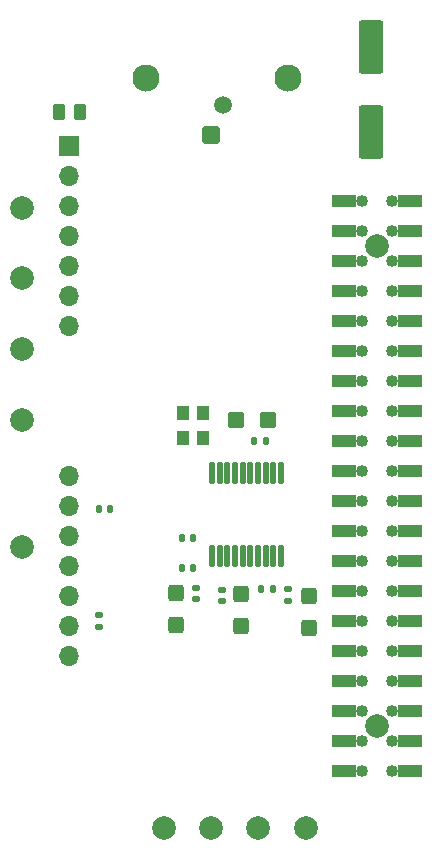
<source format=gts>
G04 #@! TF.GenerationSoftware,KiCad,Pcbnew,8.0.4*
G04 #@! TF.CreationDate,2024-09-04T02:40:28-04:00*
G04 #@! TF.ProjectId,phone_pcb,70686f6e-655f-4706-9362-2e6b69636164,rev?*
G04 #@! TF.SameCoordinates,Original*
G04 #@! TF.FileFunction,Soldermask,Top*
G04 #@! TF.FilePolarity,Negative*
%FSLAX46Y46*%
G04 Gerber Fmt 4.6, Leading zero omitted, Abs format (unit mm)*
G04 Created by KiCad (PCBNEW 8.0.4) date 2024-09-04 02:40:28*
%MOMM*%
%LPD*%
G01*
G04 APERTURE LIST*
G04 Aperture macros list*
%AMRoundRect*
0 Rectangle with rounded corners*
0 $1 Rounding radius*
0 $2 $3 $4 $5 $6 $7 $8 $9 X,Y pos of 4 corners*
0 Add a 4 corners polygon primitive as box body*
4,1,4,$2,$3,$4,$5,$6,$7,$8,$9,$2,$3,0*
0 Add four circle primitives for the rounded corners*
1,1,$1+$1,$2,$3*
1,1,$1+$1,$4,$5*
1,1,$1+$1,$6,$7*
1,1,$1+$1,$8,$9*
0 Add four rect primitives between the rounded corners*
20,1,$1+$1,$2,$3,$4,$5,0*
20,1,$1+$1,$4,$5,$6,$7,0*
20,1,$1+$1,$6,$7,$8,$9,0*
20,1,$1+$1,$8,$9,$2,$3,0*%
G04 Aperture macros list end*
%ADD10C,2.300000*%
%ADD11RoundRect,0.250000X0.510000X0.510000X-0.510000X0.510000X-0.510000X-0.510000X0.510000X-0.510000X0*%
%ADD12C,1.520000*%
%ADD13C,2.000000*%
%ADD14R,2.000000X1.020000*%
%ADD15C,1.020000*%
%ADD16RoundRect,0.250001X0.799999X-1.999999X0.799999X1.999999X-0.799999X1.999999X-0.799999X-1.999999X0*%
%ADD17R,1.700000X1.700000*%
%ADD18O,1.700000X1.700000*%
%ADD19RoundRect,0.135000X0.135000X0.185000X-0.135000X0.185000X-0.135000X-0.185000X0.135000X-0.185000X0*%
%ADD20RoundRect,0.250000X-0.425000X0.450000X-0.425000X-0.450000X0.425000X-0.450000X0.425000X0.450000X0*%
%ADD21RoundRect,0.125000X0.125000X-0.825000X0.125000X0.825000X-0.125000X0.825000X-0.125000X-0.825000X0*%
%ADD22RoundRect,0.140000X0.170000X-0.140000X0.170000X0.140000X-0.170000X0.140000X-0.170000X-0.140000X0*%
%ADD23RoundRect,0.140000X-0.140000X-0.170000X0.140000X-0.170000X0.140000X0.170000X-0.140000X0.170000X0*%
%ADD24RoundRect,0.250000X-0.262500X-0.450000X0.262500X-0.450000X0.262500X0.450000X-0.262500X0.450000X0*%
%ADD25RoundRect,0.140000X0.140000X0.170000X-0.140000X0.170000X-0.140000X-0.170000X0.140000X-0.170000X0*%
%ADD26RoundRect,0.250000X-0.450000X-0.425000X0.450000X-0.425000X0.450000X0.425000X-0.450000X0.425000X0*%
%ADD27R,1.100000X1.300000*%
%ADD28RoundRect,0.140000X-0.170000X0.140000X-0.170000X-0.140000X0.170000X-0.140000X0.170000X0.140000X0*%
G04 APERTURE END LIST*
D10*
X76240000Y-57250000D03*
X64240000Y-57250000D03*
D11*
X69730000Y-62090000D03*
D12*
X70750000Y-59550000D03*
D13*
X53750000Y-97000000D03*
D14*
X86569598Y-115970278D03*
X80969598Y-115970278D03*
X86569598Y-113430278D03*
X80969598Y-113430278D03*
X86569598Y-110890278D03*
X80969598Y-110890278D03*
X86569598Y-108350278D03*
X80969598Y-108350278D03*
X86569598Y-105810278D03*
X80969598Y-105810278D03*
X86569598Y-103270278D03*
X80969598Y-103270278D03*
X86569598Y-100730278D03*
X80969598Y-100730278D03*
X86569598Y-98190278D03*
X80969598Y-98190278D03*
X86569598Y-95650278D03*
X80969598Y-95650278D03*
X86569598Y-93110278D03*
X80969598Y-93110278D03*
X86569598Y-90570278D03*
X80969598Y-90570278D03*
X86569598Y-88030278D03*
X80969598Y-88030278D03*
X86569598Y-85490278D03*
X80969598Y-85490278D03*
X86569598Y-82950278D03*
X80969598Y-82950278D03*
X86569598Y-80410278D03*
X80969598Y-80410278D03*
X86569598Y-77870278D03*
X80969598Y-77870278D03*
X86569598Y-75330278D03*
X80969598Y-75330278D03*
X86569598Y-72790278D03*
X80969598Y-72790278D03*
X86569598Y-70250278D03*
X80969598Y-70250278D03*
X86569598Y-67710278D03*
X80969598Y-67710278D03*
D15*
X82499598Y-115970278D03*
X85039598Y-115970278D03*
X82499598Y-113430278D03*
X85039598Y-113430278D03*
D13*
X83769598Y-112160278D03*
D15*
X82499598Y-110890278D03*
X85039598Y-110890278D03*
X82499598Y-108350278D03*
X85039598Y-108350278D03*
X82499598Y-105810278D03*
X85039598Y-105810278D03*
X82499598Y-103270278D03*
X85039598Y-103270278D03*
X82499598Y-100730278D03*
X85039598Y-100730278D03*
X82499598Y-98190278D03*
X85039598Y-98190278D03*
X82499598Y-95650278D03*
X85039598Y-95650278D03*
X82499598Y-93110278D03*
X85039598Y-93110278D03*
X82499598Y-90570278D03*
X85039598Y-90570278D03*
X82499598Y-88030278D03*
X85039598Y-88030278D03*
X82499598Y-85490278D03*
X85039598Y-85490278D03*
X82499598Y-82950278D03*
X85039598Y-82950278D03*
X82499598Y-80410278D03*
X85039598Y-80410278D03*
X82499598Y-77870278D03*
X85039598Y-77870278D03*
X82499598Y-75330278D03*
X85039598Y-75330278D03*
X82499598Y-72790278D03*
X85039598Y-72790278D03*
D13*
X83769598Y-71520278D03*
D15*
X82499598Y-70250278D03*
X85039598Y-70250278D03*
X82499598Y-67710278D03*
X85039598Y-67710278D03*
D16*
X83250000Y-54650000D03*
X83250000Y-61850000D03*
D17*
X57750000Y-63010000D03*
D18*
X57750000Y-65550000D03*
X57750000Y-68090000D03*
X57750000Y-70630000D03*
X57750000Y-73170000D03*
X57750000Y-75710000D03*
X57750000Y-78250000D03*
X57750000Y-90950000D03*
X57750000Y-93490000D03*
X57750000Y-96030000D03*
X57750000Y-98570000D03*
X57750000Y-101110000D03*
X57750000Y-103650000D03*
X57750000Y-106190000D03*
D13*
X53750000Y-86250000D03*
D19*
X73990000Y-100579688D03*
X75010000Y-100579688D03*
D20*
X78000000Y-103823689D03*
X78000000Y-101123689D03*
D21*
X69825000Y-97750000D03*
X70475000Y-97750000D03*
X71125000Y-97750000D03*
X71775000Y-97750000D03*
X72425000Y-97750000D03*
X73075000Y-97750000D03*
X73725000Y-97750000D03*
X74375000Y-97750000D03*
X75025000Y-97750000D03*
X75675000Y-97750000D03*
X75675000Y-90750000D03*
X75025000Y-90750000D03*
X74375000Y-90750000D03*
X73725000Y-90750000D03*
X73075000Y-90750000D03*
X72425000Y-90750000D03*
X71775000Y-90750000D03*
X71125000Y-90750000D03*
X70475000Y-90750000D03*
X69825000Y-90750000D03*
D22*
X70647548Y-100618550D03*
X70647548Y-101578550D03*
D13*
X53750000Y-74250000D03*
D23*
X67290000Y-98750000D03*
X68250000Y-98750000D03*
D22*
X68456477Y-101410143D03*
X68456477Y-100450143D03*
D13*
X65750000Y-120750000D03*
X77750000Y-120750000D03*
D24*
X56837500Y-60162500D03*
X58662500Y-60162500D03*
D25*
X74380000Y-88050000D03*
X73420000Y-88050000D03*
D26*
X71900000Y-86250000D03*
X74600000Y-86250000D03*
D23*
X67290000Y-96250000D03*
X68250000Y-96250000D03*
D20*
X66750000Y-100900000D03*
X66750000Y-103600000D03*
D13*
X73750000Y-120750000D03*
X53750000Y-68250000D03*
D27*
X67400000Y-85650000D03*
X67400000Y-87750000D03*
X69050000Y-87750000D03*
X69050000Y-85650000D03*
D13*
X69750000Y-120750000D03*
D25*
X61210000Y-93750000D03*
X60250000Y-93750000D03*
D13*
X53750000Y-80250000D03*
D22*
X76250000Y-100556371D03*
X76250000Y-101516371D03*
D28*
X60250000Y-102770000D03*
X60250000Y-103730000D03*
D20*
X72250000Y-100965189D03*
X72250000Y-103665189D03*
M02*

</source>
